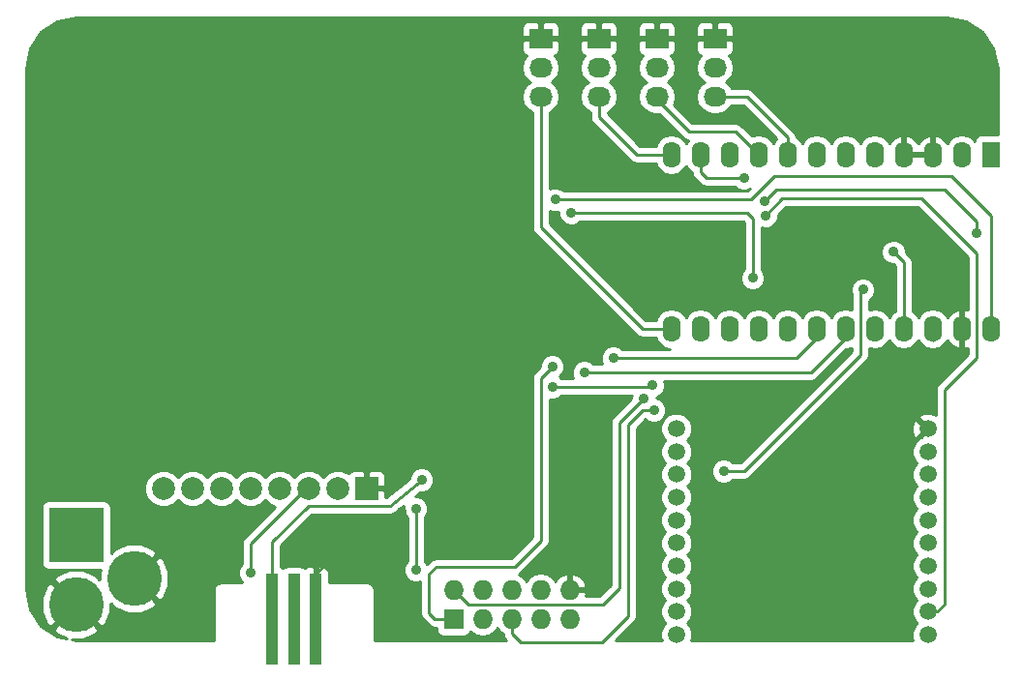
<source format=gbl>
G04 #@! TF.FileFunction,Copper,L2,Bot,Signal*
%FSLAX46Y46*%
G04 Gerber Fmt 4.6, Leading zero omitted, Abs format (unit mm)*
G04 Created by KiCad (PCBNEW (2015-01-16 BZR 5376)-product) date 26/03/2015 09:41:38*
%MOMM*%
G01*
G04 APERTURE LIST*
%ADD10C,0.100000*%
%ADD11R,1.000000X8.000000*%
%ADD12C,2.000000*%
%ADD13R,2.000000X2.000000*%
%ADD14R,1.574800X2.286000*%
%ADD15O,1.574800X2.286000*%
%ADD16R,1.727200X1.727200*%
%ADD17O,1.727200X1.727200*%
%ADD18C,4.800600*%
%ADD19R,4.800600X4.800600*%
%ADD20R,2.032000X1.727200*%
%ADD21O,2.032000X1.727200*%
%ADD22C,1.500000*%
%ADD23C,0.889000*%
%ADD24C,0.254000*%
G04 APERTURE END LIST*
D10*
D11*
X114173000Y-125984000D03*
X116078000Y-125984000D03*
X117983000Y-125984000D03*
D12*
X104648000Y-114554000D03*
X107188000Y-114554000D03*
X109728000Y-114554000D03*
X112268000Y-114554000D03*
X114808000Y-114554000D03*
X117348000Y-114554000D03*
X119888000Y-114554000D03*
D13*
X122428000Y-114554000D03*
D14*
X177038000Y-85344000D03*
D15*
X174498000Y-85344000D03*
X171958000Y-85344000D03*
X169418000Y-85344000D03*
X166878000Y-85344000D03*
X164338000Y-85344000D03*
X161798000Y-85344000D03*
X159258000Y-85344000D03*
X156718000Y-85344000D03*
X154178000Y-85344000D03*
X151638000Y-85344000D03*
X149098000Y-85344000D03*
X149098000Y-100584000D03*
X151638000Y-100584000D03*
X154178000Y-100584000D03*
X156718000Y-100584000D03*
X159258000Y-100584000D03*
X161798000Y-100584000D03*
X164338000Y-100584000D03*
X166878000Y-100584000D03*
X169418000Y-100584000D03*
X171958000Y-100584000D03*
X174498000Y-100584000D03*
X177038000Y-100584000D03*
D16*
X130048000Y-125984000D03*
D17*
X130048000Y-123444000D03*
X132588000Y-125984000D03*
X132588000Y-123444000D03*
X135128000Y-125984000D03*
X135128000Y-123444000D03*
X137668000Y-125984000D03*
X137668000Y-123444000D03*
X140208000Y-125984000D03*
X140208000Y-123444000D03*
D18*
X97028000Y-124714000D03*
D19*
X97028000Y-118618000D03*
D18*
X102108000Y-122428000D03*
D20*
X142748000Y-75184000D03*
D21*
X142748000Y-77724000D03*
X142748000Y-80264000D03*
D20*
X147828000Y-75184000D03*
D21*
X147828000Y-77724000D03*
X147828000Y-80264000D03*
D20*
X152908000Y-75184000D03*
D21*
X152908000Y-77724000D03*
X152908000Y-80264000D03*
D20*
X137668000Y-75184000D03*
D21*
X137668000Y-77724000D03*
X137668000Y-80264000D03*
D22*
X171528000Y-127324000D03*
X171528000Y-125324000D03*
X171528000Y-123324000D03*
X171528000Y-121324000D03*
X171528000Y-119324000D03*
X171528000Y-117324000D03*
X171528000Y-115324000D03*
X171528000Y-113324000D03*
X171528000Y-111324000D03*
X171528000Y-109324000D03*
X149528000Y-109324000D03*
X149528000Y-111324000D03*
X149528000Y-113324000D03*
X149528000Y-115324000D03*
X149528000Y-117324000D03*
X149528000Y-119324000D03*
X149528000Y-121324000D03*
X149528000Y-123324000D03*
X149528000Y-125324000D03*
X149528000Y-127324000D03*
D23*
X146685000Y-106680000D03*
X168529000Y-93853000D03*
X109728000Y-100203000D03*
X104140000Y-112014000D03*
X162179000Y-94361000D03*
X121539000Y-110744000D03*
X141478000Y-120650000D03*
X126238000Y-124587000D03*
X125476000Y-116586000D03*
X143764000Y-96266000D03*
X138938000Y-91440000D03*
X138938000Y-89281000D03*
X112268000Y-121920000D03*
X156210000Y-96139000D03*
X140335000Y-90424000D03*
X153670000Y-113030000D03*
X165862000Y-97155000D03*
X126746000Y-121666000D03*
X126746000Y-116332000D03*
X127254000Y-113792000D03*
X155448000Y-87376000D03*
X138684000Y-103886000D03*
X144018000Y-103124000D03*
X141478000Y-104394000D03*
X147447000Y-105537000D03*
X138684000Y-105664000D03*
X147574000Y-107696000D03*
X157226000Y-89408000D03*
X175768000Y-92202000D03*
X157353000Y-90678000D03*
D24*
X131318000Y-124714000D02*
X130048000Y-123444000D01*
X143129000Y-124714000D02*
X132461000Y-124714000D01*
X144526000Y-123317000D02*
X143129000Y-124714000D01*
X144526000Y-108839000D02*
X144526000Y-123317000D01*
X146685000Y-106680000D02*
X144526000Y-108839000D01*
X132461000Y-124714000D02*
X131318000Y-124714000D01*
X169418000Y-94742000D02*
X169418000Y-100584000D01*
X168529000Y-93853000D02*
X169418000Y-94742000D01*
X117983000Y-125984000D02*
X117983000Y-122047000D01*
X124460000Y-121412000D02*
X126238000Y-123190000D01*
X126238000Y-123190000D02*
X126238000Y-124587000D01*
X117983000Y-122047000D02*
X118618000Y-121412000D01*
X118618000Y-121412000D02*
X122428000Y-121412000D01*
X122428000Y-121412000D02*
X124460000Y-121412000D01*
X125730000Y-120142000D02*
X125730000Y-116840000D01*
X125730000Y-116840000D02*
X125476000Y-116586000D01*
X124460000Y-121412000D02*
X125730000Y-120142000D01*
X143764000Y-96266000D02*
X138938000Y-91440000D01*
X177038000Y-100584000D02*
X177038000Y-90678000D01*
X156083000Y-89281000D02*
X138938000Y-89281000D01*
X158115000Y-87249000D02*
X156083000Y-89281000D01*
X173609000Y-87249000D02*
X158115000Y-87249000D01*
X177038000Y-90678000D02*
X173609000Y-87249000D01*
X112268000Y-119380000D02*
X112268000Y-121920000D01*
X117094000Y-114554000D02*
X112268000Y-119380000D01*
X156210000Y-90932000D02*
X156210000Y-96139000D01*
X155702000Y-90424000D02*
X156210000Y-90932000D01*
X140335000Y-90424000D02*
X155702000Y-90424000D01*
X155448000Y-113030000D02*
X153670000Y-113030000D01*
X165608000Y-102870000D02*
X155448000Y-113030000D01*
X165608000Y-97409000D02*
X165608000Y-102870000D01*
X165862000Y-97155000D02*
X165608000Y-97409000D01*
X117348000Y-114554000D02*
X117094000Y-114554000D01*
X126746000Y-116332000D02*
X126746000Y-121666000D01*
X114173000Y-119253000D02*
X117348000Y-116078000D01*
X117348000Y-116078000D02*
X124460000Y-116078000D01*
X124460000Y-116078000D02*
X127254000Y-113792000D01*
X114173000Y-119253000D02*
X114173000Y-125984000D01*
X152908000Y-80264000D02*
X155702000Y-80264000D01*
X159258000Y-83820000D02*
X159258000Y-85344000D01*
X155702000Y-80264000D02*
X159258000Y-83820000D01*
X147828000Y-80264000D02*
X147828000Y-80518000D01*
X147828000Y-80518000D02*
X150622000Y-83312000D01*
X154686000Y-83312000D02*
X156718000Y-85344000D01*
X150622000Y-83312000D02*
X154686000Y-83312000D01*
X151638000Y-86868000D02*
X151638000Y-85344000D01*
X152146000Y-87376000D02*
X151638000Y-86868000D01*
X155448000Y-87376000D02*
X152146000Y-87376000D01*
X142748000Y-80264000D02*
X142748000Y-82042000D01*
X146050000Y-85344000D02*
X149098000Y-85344000D01*
X142748000Y-82042000D02*
X146050000Y-85344000D01*
X137668000Y-80264000D02*
X137668000Y-91694000D01*
X146558000Y-100584000D02*
X149098000Y-100584000D01*
X137668000Y-91694000D02*
X146558000Y-100584000D01*
X132334000Y-121412000D02*
X128524000Y-121412000D01*
X138684000Y-103886000D02*
X137668000Y-104902000D01*
X137668000Y-104902000D02*
X137668000Y-119126000D01*
X137668000Y-119126000D02*
X135382000Y-121412000D01*
X135382000Y-121412000D02*
X132334000Y-121412000D01*
X128397000Y-125984000D02*
X130048000Y-125984000D01*
X127889000Y-125476000D02*
X128397000Y-125984000D01*
X127889000Y-122047000D02*
X127889000Y-125476000D01*
X128524000Y-121412000D02*
X127889000Y-122047000D01*
X161798000Y-100584000D02*
X161798000Y-101346000D01*
X161798000Y-101346000D02*
X160020000Y-103124000D01*
X160020000Y-103124000D02*
X144018000Y-103124000D01*
X164338000Y-100584000D02*
X164338000Y-101346000D01*
X164338000Y-101346000D02*
X161290000Y-104394000D01*
X161290000Y-104394000D02*
X141478000Y-104394000D01*
X147447000Y-105537000D02*
X147320000Y-105664000D01*
X147320000Y-105664000D02*
X138684000Y-105664000D01*
X135128000Y-127254000D02*
X135128000Y-125984000D01*
X135890000Y-128016000D02*
X135128000Y-127254000D01*
X143002000Y-128016000D02*
X135890000Y-128016000D01*
X145288000Y-125730000D02*
X143002000Y-128016000D01*
X145288000Y-108966000D02*
X145288000Y-125730000D01*
X146558000Y-107696000D02*
X145288000Y-108966000D01*
X147574000Y-107696000D02*
X146558000Y-107696000D01*
X171958000Y-100584000D02*
X171958000Y-101600000D01*
X175768000Y-91186000D02*
X175768000Y-92202000D01*
X157226000Y-89408000D02*
X158242000Y-88392000D01*
X158242000Y-88392000D02*
X172974000Y-88392000D01*
X172974000Y-88392000D02*
X175768000Y-91186000D01*
X173228000Y-91440000D02*
X175768000Y-93980000D01*
X158750000Y-89154000D02*
X170942000Y-89154000D01*
X157353000Y-90678000D02*
X158750000Y-89154000D01*
X170942000Y-89154000D02*
X173228000Y-91440000D01*
X172364000Y-125324000D02*
X171528000Y-125324000D01*
X172974000Y-124714000D02*
X172364000Y-125324000D01*
X172974000Y-105918000D02*
X172974000Y-124714000D01*
X175768000Y-103124000D02*
X172974000Y-105918000D01*
X175768000Y-93980000D02*
X175768000Y-103124000D01*
G36*
X134635369Y-127839000D02*
X123113000Y-127839000D01*
X123113000Y-124714000D01*
X123113000Y-123444000D01*
X123060857Y-123181862D01*
X122912368Y-122959632D01*
X122690138Y-122811143D01*
X122428000Y-122759000D01*
X119118000Y-122759000D01*
X119118000Y-122110309D01*
X119118000Y-121857690D01*
X119021327Y-121624301D01*
X118842698Y-121445673D01*
X118609309Y-121349000D01*
X118268750Y-121349000D01*
X118110000Y-121507750D01*
X118110000Y-122994999D01*
X117985143Y-123181862D01*
X117933000Y-123444000D01*
X117933000Y-124714000D01*
X117933000Y-126131000D01*
X117856000Y-126131000D01*
X117856000Y-126111000D01*
X117836000Y-126111000D01*
X117836000Y-125857000D01*
X117856000Y-125857000D01*
X117856000Y-121507750D01*
X117697250Y-121349000D01*
X117356691Y-121349000D01*
X117123302Y-121445673D01*
X117039160Y-121529814D01*
X117038673Y-121529073D01*
X116827640Y-121386623D01*
X116578000Y-121336560D01*
X115578000Y-121336560D01*
X115335877Y-121383537D01*
X115124130Y-121522632D01*
X114935000Y-121394966D01*
X114935000Y-119568630D01*
X117663630Y-116840000D01*
X124460000Y-116840000D01*
X124569245Y-116818269D01*
X124680107Y-116807518D01*
X124713972Y-116789481D01*
X124751605Y-116781996D01*
X124844218Y-116720113D01*
X124942527Y-116667755D01*
X125692516Y-116054127D01*
X125666687Y-116116332D01*
X125666313Y-116545784D01*
X125830311Y-116942689D01*
X125984000Y-117096646D01*
X125984000Y-120901358D01*
X125831378Y-121053714D01*
X125666687Y-121450332D01*
X125666313Y-121879784D01*
X125830311Y-122276689D01*
X126133714Y-122580622D01*
X126530332Y-122745313D01*
X126959784Y-122745687D01*
X127127000Y-122676594D01*
X127127000Y-125476000D01*
X127185004Y-125767605D01*
X127350185Y-126014815D01*
X127858184Y-126522815D01*
X127858185Y-126522815D01*
X128105395Y-126687996D01*
X128397000Y-126746000D01*
X128536960Y-126746000D01*
X128536960Y-126847600D01*
X128583937Y-127089723D01*
X128723727Y-127302527D01*
X128934760Y-127444977D01*
X129184400Y-127495040D01*
X130911600Y-127495040D01*
X131153723Y-127448063D01*
X131366527Y-127308273D01*
X131508977Y-127097240D01*
X131517179Y-127056340D01*
X131528330Y-127073029D01*
X132014511Y-127397885D01*
X132588000Y-127511959D01*
X133161489Y-127397885D01*
X133647670Y-127073029D01*
X133858000Y-126758248D01*
X134068330Y-127073029D01*
X134370112Y-127274673D01*
X134424004Y-127545605D01*
X134589185Y-127792815D01*
X134635369Y-127839000D01*
X134635369Y-127839000D01*
G37*
X134635369Y-127839000D02*
X123113000Y-127839000D01*
X123113000Y-124714000D01*
X123113000Y-123444000D01*
X123060857Y-123181862D01*
X122912368Y-122959632D01*
X122690138Y-122811143D01*
X122428000Y-122759000D01*
X119118000Y-122759000D01*
X119118000Y-122110309D01*
X119118000Y-121857690D01*
X119021327Y-121624301D01*
X118842698Y-121445673D01*
X118609309Y-121349000D01*
X118268750Y-121349000D01*
X118110000Y-121507750D01*
X118110000Y-122994999D01*
X117985143Y-123181862D01*
X117933000Y-123444000D01*
X117933000Y-124714000D01*
X117933000Y-126131000D01*
X117856000Y-126131000D01*
X117856000Y-126111000D01*
X117836000Y-126111000D01*
X117836000Y-125857000D01*
X117856000Y-125857000D01*
X117856000Y-121507750D01*
X117697250Y-121349000D01*
X117356691Y-121349000D01*
X117123302Y-121445673D01*
X117039160Y-121529814D01*
X117038673Y-121529073D01*
X116827640Y-121386623D01*
X116578000Y-121336560D01*
X115578000Y-121336560D01*
X115335877Y-121383537D01*
X115124130Y-121522632D01*
X114935000Y-121394966D01*
X114935000Y-119568630D01*
X117663630Y-116840000D01*
X124460000Y-116840000D01*
X124569245Y-116818269D01*
X124680107Y-116807518D01*
X124713972Y-116789481D01*
X124751605Y-116781996D01*
X124844218Y-116720113D01*
X124942527Y-116667755D01*
X125692516Y-116054127D01*
X125666687Y-116116332D01*
X125666313Y-116545784D01*
X125830311Y-116942689D01*
X125984000Y-117096646D01*
X125984000Y-120901358D01*
X125831378Y-121053714D01*
X125666687Y-121450332D01*
X125666313Y-121879784D01*
X125830311Y-122276689D01*
X126133714Y-122580622D01*
X126530332Y-122745313D01*
X126959784Y-122745687D01*
X127127000Y-122676594D01*
X127127000Y-125476000D01*
X127185004Y-125767605D01*
X127350185Y-126014815D01*
X127858184Y-126522815D01*
X127858185Y-126522815D01*
X128105395Y-126687996D01*
X128397000Y-126746000D01*
X128536960Y-126746000D01*
X128536960Y-126847600D01*
X128583937Y-127089723D01*
X128723727Y-127302527D01*
X128934760Y-127444977D01*
X129184400Y-127495040D01*
X130911600Y-127495040D01*
X131153723Y-127448063D01*
X131366527Y-127308273D01*
X131508977Y-127097240D01*
X131517179Y-127056340D01*
X131528330Y-127073029D01*
X132014511Y-127397885D01*
X132588000Y-127511959D01*
X133161489Y-127397885D01*
X133647670Y-127073029D01*
X133858000Y-126758248D01*
X134068330Y-127073029D01*
X134370112Y-127274673D01*
X134424004Y-127545605D01*
X134589185Y-127792815D01*
X134635369Y-127839000D01*
G36*
X145621603Y-106426000D02*
X145605687Y-106464332D01*
X145605497Y-106681872D01*
X143987185Y-108300185D01*
X143822004Y-108547395D01*
X143764000Y-108839000D01*
X143764000Y-123001369D01*
X142813369Y-123952000D01*
X141593147Y-123952000D01*
X141662968Y-123803027D01*
X141662968Y-123084973D01*
X141414821Y-122555510D01*
X140982947Y-122161312D01*
X140567026Y-121989042D01*
X140335000Y-122110183D01*
X140335000Y-123317000D01*
X141542469Y-123317000D01*
X141662968Y-123084973D01*
X141662968Y-123803027D01*
X141542469Y-123571000D01*
X140335000Y-123571000D01*
X140335000Y-123591000D01*
X140081000Y-123591000D01*
X140081000Y-123571000D01*
X140061000Y-123571000D01*
X140061000Y-123317000D01*
X140081000Y-123317000D01*
X140081000Y-122110183D01*
X139848974Y-121989042D01*
X139433053Y-122161312D01*
X139001179Y-122555510D01*
X138943663Y-122678228D01*
X138727670Y-122354971D01*
X138241489Y-122030115D01*
X137668000Y-121916041D01*
X137094511Y-122030115D01*
X136608330Y-122354971D01*
X136398000Y-122669751D01*
X136187670Y-122354971D01*
X135751811Y-122063739D01*
X135920815Y-121950815D01*
X138206815Y-119664816D01*
X138206815Y-119664815D01*
X138371996Y-119417605D01*
X138429999Y-119126000D01*
X138430000Y-119126000D01*
X138430000Y-106727396D01*
X138468332Y-106743313D01*
X138897784Y-106743687D01*
X139294689Y-106579689D01*
X139448646Y-106426000D01*
X145621603Y-106426000D01*
X145621603Y-106426000D01*
G37*
X145621603Y-106426000D02*
X145605687Y-106464332D01*
X145605497Y-106681872D01*
X143987185Y-108300185D01*
X143822004Y-108547395D01*
X143764000Y-108839000D01*
X143764000Y-123001369D01*
X142813369Y-123952000D01*
X141593147Y-123952000D01*
X141662968Y-123803027D01*
X141662968Y-123084973D01*
X141414821Y-122555510D01*
X140982947Y-122161312D01*
X140567026Y-121989042D01*
X140335000Y-122110183D01*
X140335000Y-123317000D01*
X141542469Y-123317000D01*
X141662968Y-123084973D01*
X141662968Y-123803027D01*
X141542469Y-123571000D01*
X140335000Y-123571000D01*
X140335000Y-123591000D01*
X140081000Y-123591000D01*
X140081000Y-123571000D01*
X140061000Y-123571000D01*
X140061000Y-123317000D01*
X140081000Y-123317000D01*
X140081000Y-122110183D01*
X139848974Y-121989042D01*
X139433053Y-122161312D01*
X139001179Y-122555510D01*
X138943663Y-122678228D01*
X138727670Y-122354971D01*
X138241489Y-122030115D01*
X137668000Y-121916041D01*
X137094511Y-122030115D01*
X136608330Y-122354971D01*
X136398000Y-122669751D01*
X136187670Y-122354971D01*
X135751811Y-122063739D01*
X135920815Y-121950815D01*
X138206815Y-119664816D01*
X138206815Y-119664815D01*
X138371996Y-119417605D01*
X138429999Y-119126000D01*
X138430000Y-119126000D01*
X138430000Y-106727396D01*
X138468332Y-106743313D01*
X138897784Y-106743687D01*
X139294689Y-106579689D01*
X139448646Y-106426000D01*
X145621603Y-106426000D01*
G36*
X175006000Y-102808369D02*
X172435185Y-105379185D01*
X172270004Y-105626395D01*
X172212000Y-105918000D01*
X172212000Y-108097331D01*
X171732829Y-107926799D01*
X171182552Y-107954770D01*
X170804077Y-108111540D01*
X170736088Y-108352483D01*
X171528000Y-109144395D01*
X171542142Y-109130252D01*
X171721747Y-109309857D01*
X171707605Y-109324000D01*
X171721747Y-109338142D01*
X171542142Y-109517747D01*
X171528000Y-109503605D01*
X171348395Y-109683209D01*
X171348395Y-109324000D01*
X170556483Y-108532088D01*
X170315540Y-108600077D01*
X170130799Y-109119171D01*
X170158770Y-109669448D01*
X170315540Y-110047923D01*
X170556483Y-110115912D01*
X171348395Y-109324000D01*
X171348395Y-109683209D01*
X170979571Y-110052033D01*
X170744485Y-110149169D01*
X170354539Y-110538436D01*
X170143241Y-111047298D01*
X170142760Y-111598285D01*
X170353169Y-112107515D01*
X170569312Y-112324035D01*
X170354539Y-112538436D01*
X170143241Y-113047298D01*
X170142760Y-113598285D01*
X170353169Y-114107515D01*
X170569312Y-114324035D01*
X170354539Y-114538436D01*
X170143241Y-115047298D01*
X170142760Y-115598285D01*
X170353169Y-116107515D01*
X170569312Y-116324035D01*
X170354539Y-116538436D01*
X170143241Y-117047298D01*
X170142760Y-117598285D01*
X170353169Y-118107515D01*
X170569312Y-118324035D01*
X170354539Y-118538436D01*
X170143241Y-119047298D01*
X170142760Y-119598285D01*
X170353169Y-120107515D01*
X170569312Y-120324035D01*
X170354539Y-120538436D01*
X170143241Y-121047298D01*
X170142760Y-121598285D01*
X170353169Y-122107515D01*
X170569312Y-122324035D01*
X170354539Y-122538436D01*
X170143241Y-123047298D01*
X170142760Y-123598285D01*
X170353169Y-124107515D01*
X170569312Y-124324035D01*
X170354539Y-124538436D01*
X170143241Y-125047298D01*
X170142760Y-125598285D01*
X170353169Y-126107515D01*
X170569312Y-126324035D01*
X170354539Y-126538436D01*
X170143241Y-127047298D01*
X170142760Y-127598285D01*
X170242221Y-127839000D01*
X150813809Y-127839000D01*
X150912759Y-127600702D01*
X150913240Y-127049715D01*
X150702831Y-126540485D01*
X150486687Y-126323964D01*
X150701461Y-126109564D01*
X150912759Y-125600702D01*
X150913240Y-125049715D01*
X150702831Y-124540485D01*
X150486687Y-124323964D01*
X150701461Y-124109564D01*
X150912759Y-123600702D01*
X150913240Y-123049715D01*
X150702831Y-122540485D01*
X150486687Y-122323964D01*
X150701461Y-122109564D01*
X150912759Y-121600702D01*
X150913240Y-121049715D01*
X150702831Y-120540485D01*
X150486687Y-120323964D01*
X150701461Y-120109564D01*
X150912759Y-119600702D01*
X150913240Y-119049715D01*
X150702831Y-118540485D01*
X150486687Y-118323964D01*
X150701461Y-118109564D01*
X150912759Y-117600702D01*
X150913240Y-117049715D01*
X150702831Y-116540485D01*
X150486687Y-116323964D01*
X150701461Y-116109564D01*
X150912759Y-115600702D01*
X150913240Y-115049715D01*
X150702831Y-114540485D01*
X150486687Y-114323964D01*
X150701461Y-114109564D01*
X150912759Y-113600702D01*
X150913240Y-113049715D01*
X150702831Y-112540485D01*
X150486687Y-112323964D01*
X150701461Y-112109564D01*
X150912759Y-111600702D01*
X150913240Y-111049715D01*
X150702831Y-110540485D01*
X150486687Y-110323964D01*
X150701461Y-110109564D01*
X150912759Y-109600702D01*
X150913240Y-109049715D01*
X150702831Y-108540485D01*
X150313564Y-108150539D01*
X149804702Y-107939241D01*
X149253715Y-107938760D01*
X148744485Y-108149169D01*
X148354539Y-108538436D01*
X148143241Y-109047298D01*
X148142760Y-109598285D01*
X148353169Y-110107515D01*
X148569312Y-110324035D01*
X148354539Y-110538436D01*
X148143241Y-111047298D01*
X148142760Y-111598285D01*
X148353169Y-112107515D01*
X148569312Y-112324035D01*
X148354539Y-112538436D01*
X148143241Y-113047298D01*
X148142760Y-113598285D01*
X148353169Y-114107515D01*
X148569312Y-114324035D01*
X148354539Y-114538436D01*
X148143241Y-115047298D01*
X148142760Y-115598285D01*
X148353169Y-116107515D01*
X148569312Y-116324035D01*
X148354539Y-116538436D01*
X148143241Y-117047298D01*
X148142760Y-117598285D01*
X148353169Y-118107515D01*
X148569312Y-118324035D01*
X148354539Y-118538436D01*
X148143241Y-119047298D01*
X148142760Y-119598285D01*
X148353169Y-120107515D01*
X148569312Y-120324035D01*
X148354539Y-120538436D01*
X148143241Y-121047298D01*
X148142760Y-121598285D01*
X148353169Y-122107515D01*
X148569312Y-122324035D01*
X148354539Y-122538436D01*
X148143241Y-123047298D01*
X148142760Y-123598285D01*
X148353169Y-124107515D01*
X148569312Y-124324035D01*
X148354539Y-124538436D01*
X148143241Y-125047298D01*
X148142760Y-125598285D01*
X148353169Y-126107515D01*
X148569312Y-126324035D01*
X148354539Y-126538436D01*
X148143241Y-127047298D01*
X148142760Y-127598285D01*
X148242221Y-127839000D01*
X144256630Y-127839000D01*
X145826815Y-126268816D01*
X145826815Y-126268815D01*
X145991996Y-126021605D01*
X146049999Y-125730000D01*
X146050000Y-125730000D01*
X146050000Y-109281630D01*
X146841466Y-108490164D01*
X146961714Y-108610622D01*
X147358332Y-108775313D01*
X147787784Y-108775687D01*
X148184689Y-108611689D01*
X148488622Y-108308286D01*
X148653313Y-107911668D01*
X148653687Y-107482216D01*
X148489689Y-107085311D01*
X148186286Y-106781378D01*
X147789668Y-106616687D01*
X147764555Y-106616665D01*
X147764593Y-106573793D01*
X148057689Y-106452689D01*
X148361622Y-106149286D01*
X148526313Y-105752668D01*
X148526687Y-105323216D01*
X148457594Y-105156000D01*
X161290000Y-105156000D01*
X161290000Y-105155999D01*
X161581604Y-105097996D01*
X161581605Y-105097996D01*
X161828815Y-104932815D01*
X164371450Y-102390179D01*
X164846000Y-102295785D01*
X164846000Y-102554369D01*
X155132369Y-112268000D01*
X154434641Y-112268000D01*
X154282286Y-112115378D01*
X153885668Y-111950687D01*
X153456216Y-111950313D01*
X153059311Y-112114311D01*
X152755378Y-112417714D01*
X152590687Y-112814332D01*
X152590313Y-113243784D01*
X152754311Y-113640689D01*
X153057714Y-113944622D01*
X153454332Y-114109313D01*
X153883784Y-114109687D01*
X154280689Y-113945689D01*
X154434646Y-113792000D01*
X155448000Y-113792000D01*
X155448000Y-113791999D01*
X155739604Y-113733996D01*
X155739605Y-113733996D01*
X155986815Y-113568815D01*
X166146815Y-103408815D01*
X166146816Y-103408815D01*
X166245834Y-103260623D01*
X166311996Y-103161605D01*
X166311996Y-103161604D01*
X166370000Y-102870000D01*
X166370000Y-102295785D01*
X166878000Y-102396833D01*
X167422329Y-102288559D01*
X167883789Y-101980222D01*
X168148000Y-101584801D01*
X168412211Y-101980222D01*
X168873671Y-102288559D01*
X169418000Y-102396833D01*
X169962329Y-102288559D01*
X170423789Y-101980222D01*
X170688000Y-101584801D01*
X170952211Y-101980222D01*
X171413671Y-102288559D01*
X171958000Y-102396833D01*
X172502329Y-102288559D01*
X172963789Y-101980222D01*
X173227753Y-101585170D01*
X173232475Y-101601262D01*
X173582014Y-102035191D01*
X174071004Y-102302327D01*
X174150940Y-102319010D01*
X174371000Y-102196852D01*
X174371000Y-100711000D01*
X174351000Y-100711000D01*
X174351000Y-100457000D01*
X174371000Y-100457000D01*
X174371000Y-98971148D01*
X174150940Y-98848990D01*
X174071004Y-98865673D01*
X173582014Y-99132809D01*
X173232475Y-99566738D01*
X173227753Y-99582829D01*
X172963789Y-99187778D01*
X172502329Y-98879441D01*
X171958000Y-98771167D01*
X171413671Y-98879441D01*
X170952211Y-99187778D01*
X170688000Y-99583198D01*
X170423789Y-99187778D01*
X170180000Y-99024883D01*
X170180000Y-94742000D01*
X170121996Y-94450396D01*
X170121996Y-94450395D01*
X169956815Y-94203185D01*
X169608499Y-93854869D01*
X169608687Y-93639216D01*
X169444689Y-93242311D01*
X169141286Y-92938378D01*
X168744668Y-92773687D01*
X168315216Y-92773313D01*
X167918311Y-92937311D01*
X167614378Y-93240714D01*
X167449687Y-93637332D01*
X167449313Y-94066784D01*
X167613311Y-94463689D01*
X167916714Y-94767622D01*
X168313332Y-94932313D01*
X168530872Y-94932502D01*
X168656000Y-95057630D01*
X168656000Y-99024883D01*
X168412211Y-99187778D01*
X168148000Y-99583198D01*
X167883789Y-99187778D01*
X167422329Y-98879441D01*
X166878000Y-98771167D01*
X166370000Y-98872214D01*
X166370000Y-98113119D01*
X166472689Y-98070689D01*
X166776622Y-97767286D01*
X166941313Y-97370668D01*
X166941687Y-96941216D01*
X166777689Y-96544311D01*
X166474286Y-96240378D01*
X166077668Y-96075687D01*
X165648216Y-96075313D01*
X165251311Y-96239311D01*
X164947378Y-96542714D01*
X164782687Y-96939332D01*
X164782313Y-97368784D01*
X164846000Y-97522918D01*
X164846000Y-98872214D01*
X164338000Y-98771167D01*
X163793671Y-98879441D01*
X163332211Y-99187778D01*
X163068000Y-99583198D01*
X162803789Y-99187778D01*
X162342329Y-98879441D01*
X161798000Y-98771167D01*
X161253671Y-98879441D01*
X160792211Y-99187778D01*
X160528000Y-99583198D01*
X160263789Y-99187778D01*
X159802329Y-98879441D01*
X159258000Y-98771167D01*
X158713671Y-98879441D01*
X158252211Y-99187778D01*
X157988000Y-99583198D01*
X157723789Y-99187778D01*
X157262329Y-98879441D01*
X156718000Y-98771167D01*
X156173671Y-98879441D01*
X155712211Y-99187778D01*
X155448000Y-99583198D01*
X155183789Y-99187778D01*
X154722329Y-98879441D01*
X154178000Y-98771167D01*
X153633671Y-98879441D01*
X153172211Y-99187778D01*
X152908000Y-99583198D01*
X152643789Y-99187778D01*
X152182329Y-98879441D01*
X151638000Y-98771167D01*
X151093671Y-98879441D01*
X150632211Y-99187778D01*
X150368000Y-99583198D01*
X150103789Y-99187778D01*
X149642329Y-98879441D01*
X149098000Y-98771167D01*
X148553671Y-98879441D01*
X148092211Y-99187778D01*
X147783874Y-99649238D01*
X147749509Y-99822000D01*
X146873630Y-99822000D01*
X138430000Y-91378369D01*
X138430000Y-90238925D01*
X138722332Y-90360313D01*
X139151784Y-90360687D01*
X139255591Y-90317794D01*
X139255313Y-90637784D01*
X139419311Y-91034689D01*
X139722714Y-91338622D01*
X140119332Y-91503313D01*
X140548784Y-91503687D01*
X140945689Y-91339689D01*
X141099646Y-91186000D01*
X155386369Y-91186000D01*
X155448000Y-91247630D01*
X155448000Y-95374358D01*
X155295378Y-95526714D01*
X155130687Y-95923332D01*
X155130313Y-96352784D01*
X155294311Y-96749689D01*
X155597714Y-97053622D01*
X155994332Y-97218313D01*
X156423784Y-97218687D01*
X156820689Y-97054689D01*
X157124622Y-96751286D01*
X157289313Y-96354668D01*
X157289687Y-95925216D01*
X157125689Y-95528311D01*
X156972000Y-95374353D01*
X156972000Y-91688660D01*
X157137332Y-91757313D01*
X157566784Y-91757687D01*
X157963689Y-91593689D01*
X158267622Y-91290286D01*
X158432313Y-90893668D01*
X158432544Y-90627992D01*
X159085204Y-89916000D01*
X170626369Y-89916000D01*
X172689184Y-91978815D01*
X172689185Y-91978815D01*
X172689187Y-91978817D01*
X175006000Y-94295630D01*
X175006000Y-98909925D01*
X174924996Y-98865673D01*
X174845060Y-98848990D01*
X174625000Y-98971148D01*
X174625000Y-100457000D01*
X174645000Y-100457000D01*
X174645000Y-100711000D01*
X174625000Y-100711000D01*
X174625000Y-102196852D01*
X174845060Y-102319010D01*
X174924996Y-102302327D01*
X175006000Y-102258074D01*
X175006000Y-102808369D01*
X175006000Y-102808369D01*
G37*
X175006000Y-102808369D02*
X172435185Y-105379185D01*
X172270004Y-105626395D01*
X172212000Y-105918000D01*
X172212000Y-108097331D01*
X171732829Y-107926799D01*
X171182552Y-107954770D01*
X170804077Y-108111540D01*
X170736088Y-108352483D01*
X171528000Y-109144395D01*
X171542142Y-109130252D01*
X171721747Y-109309857D01*
X171707605Y-109324000D01*
X171721747Y-109338142D01*
X171542142Y-109517747D01*
X171528000Y-109503605D01*
X171348395Y-109683209D01*
X171348395Y-109324000D01*
X170556483Y-108532088D01*
X170315540Y-108600077D01*
X170130799Y-109119171D01*
X170158770Y-109669448D01*
X170315540Y-110047923D01*
X170556483Y-110115912D01*
X171348395Y-109324000D01*
X171348395Y-109683209D01*
X170979571Y-110052033D01*
X170744485Y-110149169D01*
X170354539Y-110538436D01*
X170143241Y-111047298D01*
X170142760Y-111598285D01*
X170353169Y-112107515D01*
X170569312Y-112324035D01*
X170354539Y-112538436D01*
X170143241Y-113047298D01*
X170142760Y-113598285D01*
X170353169Y-114107515D01*
X170569312Y-114324035D01*
X170354539Y-114538436D01*
X170143241Y-115047298D01*
X170142760Y-115598285D01*
X170353169Y-116107515D01*
X170569312Y-116324035D01*
X170354539Y-116538436D01*
X170143241Y-117047298D01*
X170142760Y-117598285D01*
X170353169Y-118107515D01*
X170569312Y-118324035D01*
X170354539Y-118538436D01*
X170143241Y-119047298D01*
X170142760Y-119598285D01*
X170353169Y-120107515D01*
X170569312Y-120324035D01*
X170354539Y-120538436D01*
X170143241Y-121047298D01*
X170142760Y-121598285D01*
X170353169Y-122107515D01*
X170569312Y-122324035D01*
X170354539Y-122538436D01*
X170143241Y-123047298D01*
X170142760Y-123598285D01*
X170353169Y-124107515D01*
X170569312Y-124324035D01*
X170354539Y-124538436D01*
X170143241Y-125047298D01*
X170142760Y-125598285D01*
X170353169Y-126107515D01*
X170569312Y-126324035D01*
X170354539Y-126538436D01*
X170143241Y-127047298D01*
X170142760Y-127598285D01*
X170242221Y-127839000D01*
X150813809Y-127839000D01*
X150912759Y-127600702D01*
X150913240Y-127049715D01*
X150702831Y-126540485D01*
X150486687Y-126323964D01*
X150701461Y-126109564D01*
X150912759Y-125600702D01*
X150913240Y-125049715D01*
X150702831Y-124540485D01*
X150486687Y-124323964D01*
X150701461Y-124109564D01*
X150912759Y-123600702D01*
X150913240Y-123049715D01*
X150702831Y-122540485D01*
X150486687Y-122323964D01*
X150701461Y-122109564D01*
X150912759Y-121600702D01*
X150913240Y-121049715D01*
X150702831Y-120540485D01*
X150486687Y-120323964D01*
X150701461Y-120109564D01*
X150912759Y-119600702D01*
X150913240Y-119049715D01*
X150702831Y-118540485D01*
X150486687Y-118323964D01*
X150701461Y-118109564D01*
X150912759Y-117600702D01*
X150913240Y-117049715D01*
X150702831Y-116540485D01*
X150486687Y-116323964D01*
X150701461Y-116109564D01*
X150912759Y-115600702D01*
X150913240Y-115049715D01*
X150702831Y-114540485D01*
X150486687Y-114323964D01*
X150701461Y-114109564D01*
X150912759Y-113600702D01*
X150913240Y-113049715D01*
X150702831Y-112540485D01*
X150486687Y-112323964D01*
X150701461Y-112109564D01*
X150912759Y-111600702D01*
X150913240Y-111049715D01*
X150702831Y-110540485D01*
X150486687Y-110323964D01*
X150701461Y-110109564D01*
X150912759Y-109600702D01*
X150913240Y-109049715D01*
X150702831Y-108540485D01*
X150313564Y-108150539D01*
X149804702Y-107939241D01*
X149253715Y-107938760D01*
X148744485Y-108149169D01*
X148354539Y-108538436D01*
X148143241Y-109047298D01*
X148142760Y-109598285D01*
X148353169Y-110107515D01*
X148569312Y-110324035D01*
X148354539Y-110538436D01*
X148143241Y-111047298D01*
X148142760Y-111598285D01*
X148353169Y-112107515D01*
X148569312Y-112324035D01*
X148354539Y-112538436D01*
X148143241Y-113047298D01*
X148142760Y-113598285D01*
X148353169Y-114107515D01*
X148569312Y-114324035D01*
X148354539Y-114538436D01*
X148143241Y-115047298D01*
X148142760Y-115598285D01*
X148353169Y-116107515D01*
X148569312Y-116324035D01*
X148354539Y-116538436D01*
X148143241Y-117047298D01*
X148142760Y-117598285D01*
X148353169Y-118107515D01*
X148569312Y-118324035D01*
X148354539Y-118538436D01*
X148143241Y-119047298D01*
X148142760Y-119598285D01*
X148353169Y-120107515D01*
X148569312Y-120324035D01*
X148354539Y-120538436D01*
X148143241Y-121047298D01*
X148142760Y-121598285D01*
X148353169Y-122107515D01*
X148569312Y-122324035D01*
X148354539Y-122538436D01*
X148143241Y-123047298D01*
X148142760Y-123598285D01*
X148353169Y-124107515D01*
X148569312Y-124324035D01*
X148354539Y-124538436D01*
X148143241Y-125047298D01*
X148142760Y-125598285D01*
X148353169Y-126107515D01*
X148569312Y-126324035D01*
X148354539Y-126538436D01*
X148143241Y-127047298D01*
X148142760Y-127598285D01*
X148242221Y-127839000D01*
X144256630Y-127839000D01*
X145826815Y-126268816D01*
X145826815Y-126268815D01*
X145991996Y-126021605D01*
X146049999Y-125730000D01*
X146050000Y-125730000D01*
X146050000Y-109281630D01*
X146841466Y-108490164D01*
X146961714Y-108610622D01*
X147358332Y-108775313D01*
X147787784Y-108775687D01*
X148184689Y-108611689D01*
X148488622Y-108308286D01*
X148653313Y-107911668D01*
X148653687Y-107482216D01*
X148489689Y-107085311D01*
X148186286Y-106781378D01*
X147789668Y-106616687D01*
X147764555Y-106616665D01*
X147764593Y-106573793D01*
X148057689Y-106452689D01*
X148361622Y-106149286D01*
X148526313Y-105752668D01*
X148526687Y-105323216D01*
X148457594Y-105156000D01*
X161290000Y-105156000D01*
X161290000Y-105155999D01*
X161581604Y-105097996D01*
X161581605Y-105097996D01*
X161828815Y-104932815D01*
X164371450Y-102390179D01*
X164846000Y-102295785D01*
X164846000Y-102554369D01*
X155132369Y-112268000D01*
X154434641Y-112268000D01*
X154282286Y-112115378D01*
X153885668Y-111950687D01*
X153456216Y-111950313D01*
X153059311Y-112114311D01*
X152755378Y-112417714D01*
X152590687Y-112814332D01*
X152590313Y-113243784D01*
X152754311Y-113640689D01*
X153057714Y-113944622D01*
X153454332Y-114109313D01*
X153883784Y-114109687D01*
X154280689Y-113945689D01*
X154434646Y-113792000D01*
X155448000Y-113792000D01*
X155448000Y-113791999D01*
X155739604Y-113733996D01*
X155739605Y-113733996D01*
X155986815Y-113568815D01*
X166146815Y-103408815D01*
X166146816Y-103408815D01*
X166245834Y-103260623D01*
X166311996Y-103161605D01*
X166311996Y-103161604D01*
X166370000Y-102870000D01*
X166370000Y-102295785D01*
X166878000Y-102396833D01*
X167422329Y-102288559D01*
X167883789Y-101980222D01*
X168148000Y-101584801D01*
X168412211Y-101980222D01*
X168873671Y-102288559D01*
X169418000Y-102396833D01*
X169962329Y-102288559D01*
X170423789Y-101980222D01*
X170688000Y-101584801D01*
X170952211Y-101980222D01*
X171413671Y-102288559D01*
X171958000Y-102396833D01*
X172502329Y-102288559D01*
X172963789Y-101980222D01*
X173227753Y-101585170D01*
X173232475Y-101601262D01*
X173582014Y-102035191D01*
X174071004Y-102302327D01*
X174150940Y-102319010D01*
X174371000Y-102196852D01*
X174371000Y-100711000D01*
X174351000Y-100711000D01*
X174351000Y-100457000D01*
X174371000Y-100457000D01*
X174371000Y-98971148D01*
X174150940Y-98848990D01*
X174071004Y-98865673D01*
X173582014Y-99132809D01*
X173232475Y-99566738D01*
X173227753Y-99582829D01*
X172963789Y-99187778D01*
X172502329Y-98879441D01*
X171958000Y-98771167D01*
X171413671Y-98879441D01*
X170952211Y-99187778D01*
X170688000Y-99583198D01*
X170423789Y-99187778D01*
X170180000Y-99024883D01*
X170180000Y-94742000D01*
X170121996Y-94450396D01*
X170121996Y-94450395D01*
X169956815Y-94203185D01*
X169608499Y-93854869D01*
X169608687Y-93639216D01*
X169444689Y-93242311D01*
X169141286Y-92938378D01*
X168744668Y-92773687D01*
X168315216Y-92773313D01*
X167918311Y-92937311D01*
X167614378Y-93240714D01*
X167449687Y-93637332D01*
X167449313Y-94066784D01*
X167613311Y-94463689D01*
X167916714Y-94767622D01*
X168313332Y-94932313D01*
X168530872Y-94932502D01*
X168656000Y-95057630D01*
X168656000Y-99024883D01*
X168412211Y-99187778D01*
X168148000Y-99583198D01*
X167883789Y-99187778D01*
X167422329Y-98879441D01*
X166878000Y-98771167D01*
X166370000Y-98872214D01*
X166370000Y-98113119D01*
X166472689Y-98070689D01*
X166776622Y-97767286D01*
X166941313Y-97370668D01*
X166941687Y-96941216D01*
X166777689Y-96544311D01*
X166474286Y-96240378D01*
X166077668Y-96075687D01*
X165648216Y-96075313D01*
X165251311Y-96239311D01*
X164947378Y-96542714D01*
X164782687Y-96939332D01*
X164782313Y-97368784D01*
X164846000Y-97522918D01*
X164846000Y-98872214D01*
X164338000Y-98771167D01*
X163793671Y-98879441D01*
X163332211Y-99187778D01*
X163068000Y-99583198D01*
X162803789Y-99187778D01*
X162342329Y-98879441D01*
X161798000Y-98771167D01*
X161253671Y-98879441D01*
X160792211Y-99187778D01*
X160528000Y-99583198D01*
X160263789Y-99187778D01*
X159802329Y-98879441D01*
X159258000Y-98771167D01*
X158713671Y-98879441D01*
X158252211Y-99187778D01*
X157988000Y-99583198D01*
X157723789Y-99187778D01*
X157262329Y-98879441D01*
X156718000Y-98771167D01*
X156173671Y-98879441D01*
X155712211Y-99187778D01*
X155448000Y-99583198D01*
X155183789Y-99187778D01*
X154722329Y-98879441D01*
X154178000Y-98771167D01*
X153633671Y-98879441D01*
X153172211Y-99187778D01*
X152908000Y-99583198D01*
X152643789Y-99187778D01*
X152182329Y-98879441D01*
X151638000Y-98771167D01*
X151093671Y-98879441D01*
X150632211Y-99187778D01*
X150368000Y-99583198D01*
X150103789Y-99187778D01*
X149642329Y-98879441D01*
X149098000Y-98771167D01*
X148553671Y-98879441D01*
X148092211Y-99187778D01*
X147783874Y-99649238D01*
X147749509Y-99822000D01*
X146873630Y-99822000D01*
X138430000Y-91378369D01*
X138430000Y-90238925D01*
X138722332Y-90360313D01*
X139151784Y-90360687D01*
X139255591Y-90317794D01*
X139255313Y-90637784D01*
X139419311Y-91034689D01*
X139722714Y-91338622D01*
X140119332Y-91503313D01*
X140548784Y-91503687D01*
X140945689Y-91339689D01*
X141099646Y-91186000D01*
X155386369Y-91186000D01*
X155448000Y-91247630D01*
X155448000Y-95374358D01*
X155295378Y-95526714D01*
X155130687Y-95923332D01*
X155130313Y-96352784D01*
X155294311Y-96749689D01*
X155597714Y-97053622D01*
X155994332Y-97218313D01*
X156423784Y-97218687D01*
X156820689Y-97054689D01*
X157124622Y-96751286D01*
X157289313Y-96354668D01*
X157289687Y-95925216D01*
X157125689Y-95528311D01*
X156972000Y-95374353D01*
X156972000Y-91688660D01*
X157137332Y-91757313D01*
X157566784Y-91757687D01*
X157963689Y-91593689D01*
X158267622Y-91290286D01*
X158432313Y-90893668D01*
X158432544Y-90627992D01*
X159085204Y-89916000D01*
X170626369Y-89916000D01*
X172689184Y-91978815D01*
X172689185Y-91978815D01*
X172689187Y-91978817D01*
X175006000Y-94295630D01*
X175006000Y-98909925D01*
X174924996Y-98865673D01*
X174845060Y-98848990D01*
X174625000Y-98971148D01*
X174625000Y-100457000D01*
X174645000Y-100457000D01*
X174645000Y-100711000D01*
X174625000Y-100711000D01*
X174625000Y-102196852D01*
X174845060Y-102319010D01*
X174924996Y-102302327D01*
X175006000Y-102258074D01*
X175006000Y-102808369D01*
G36*
X177623000Y-83553560D02*
X176250600Y-83553560D01*
X176008477Y-83600537D01*
X175795673Y-83740327D01*
X175653223Y-83951360D01*
X175619279Y-84120621D01*
X175503789Y-83947778D01*
X175042329Y-83639441D01*
X174498000Y-83531167D01*
X173953671Y-83639441D01*
X173492211Y-83947778D01*
X173228246Y-84342829D01*
X173223525Y-84326738D01*
X172873986Y-83892809D01*
X172384996Y-83625673D01*
X172305060Y-83608990D01*
X172085000Y-83731148D01*
X172085000Y-85217000D01*
X172105000Y-85217000D01*
X172105000Y-85471000D01*
X172085000Y-85471000D01*
X172085000Y-85491000D01*
X171831000Y-85491000D01*
X171831000Y-85471000D01*
X171831000Y-85217000D01*
X171831000Y-83731148D01*
X171610940Y-83608990D01*
X171531004Y-83625673D01*
X171042014Y-83892809D01*
X170692475Y-84326738D01*
X170688000Y-84341989D01*
X170683525Y-84326738D01*
X170333986Y-83892809D01*
X169844996Y-83625673D01*
X169765060Y-83608990D01*
X169545000Y-83731148D01*
X169545000Y-85217000D01*
X170535600Y-85217000D01*
X170840400Y-85217000D01*
X171831000Y-85217000D01*
X171831000Y-85471000D01*
X170840400Y-85471000D01*
X170535600Y-85471000D01*
X169545000Y-85471000D01*
X169545000Y-85491000D01*
X169291000Y-85491000D01*
X169291000Y-85471000D01*
X169271000Y-85471000D01*
X169271000Y-85217000D01*
X169291000Y-85217000D01*
X169291000Y-83731148D01*
X169070940Y-83608990D01*
X168991004Y-83625673D01*
X168502014Y-83892809D01*
X168152475Y-84326738D01*
X168147753Y-84342829D01*
X167883789Y-83947778D01*
X167422329Y-83639441D01*
X166878000Y-83531167D01*
X166333671Y-83639441D01*
X165872211Y-83947778D01*
X165608000Y-84343198D01*
X165343789Y-83947778D01*
X164882329Y-83639441D01*
X164338000Y-83531167D01*
X163793671Y-83639441D01*
X163332211Y-83947778D01*
X163068000Y-84343198D01*
X162803789Y-83947778D01*
X162342329Y-83639441D01*
X161798000Y-83531167D01*
X161253671Y-83639441D01*
X160792211Y-83947778D01*
X160528000Y-84343198D01*
X160263789Y-83947778D01*
X160011944Y-83779501D01*
X159961996Y-83528395D01*
X159796815Y-83281185D01*
X159796815Y-83281184D01*
X156240815Y-79725185D01*
X155993605Y-79560004D01*
X155702000Y-79502000D01*
X154351311Y-79502000D01*
X154152415Y-79204330D01*
X153837634Y-78994000D01*
X154152415Y-78783670D01*
X154477271Y-78297489D01*
X154591345Y-77724000D01*
X154477271Y-77150511D01*
X154152415Y-76664330D01*
X154130219Y-76649499D01*
X154283698Y-76585927D01*
X154462327Y-76407299D01*
X154559000Y-76173910D01*
X154559000Y-75921291D01*
X154559000Y-75469750D01*
X154559000Y-74898250D01*
X154559000Y-74446709D01*
X154559000Y-74194090D01*
X154462327Y-73960701D01*
X154283698Y-73782073D01*
X154050309Y-73685400D01*
X153193750Y-73685400D01*
X153035000Y-73844150D01*
X153035000Y-75057000D01*
X154400250Y-75057000D01*
X154559000Y-74898250D01*
X154559000Y-75469750D01*
X154400250Y-75311000D01*
X153035000Y-75311000D01*
X153035000Y-75331000D01*
X152781000Y-75331000D01*
X152781000Y-75311000D01*
X152781000Y-75057000D01*
X152781000Y-73844150D01*
X152622250Y-73685400D01*
X151765691Y-73685400D01*
X151532302Y-73782073D01*
X151353673Y-73960701D01*
X151257000Y-74194090D01*
X151257000Y-74446709D01*
X151257000Y-74898250D01*
X151415750Y-75057000D01*
X152781000Y-75057000D01*
X152781000Y-75311000D01*
X151415750Y-75311000D01*
X151257000Y-75469750D01*
X151257000Y-75921291D01*
X151257000Y-76173910D01*
X151353673Y-76407299D01*
X151532302Y-76585927D01*
X151685780Y-76649499D01*
X151663585Y-76664330D01*
X151338729Y-77150511D01*
X151224655Y-77724000D01*
X151338729Y-78297489D01*
X151663585Y-78783670D01*
X151978365Y-78994000D01*
X151663585Y-79204330D01*
X151338729Y-79690511D01*
X151224655Y-80264000D01*
X151338729Y-80837489D01*
X151663585Y-81323670D01*
X152149766Y-81648526D01*
X152723255Y-81762600D01*
X153092745Y-81762600D01*
X153666234Y-81648526D01*
X154152415Y-81323670D01*
X154351311Y-81026000D01*
X155386369Y-81026000D01*
X158285742Y-83925373D01*
X158252211Y-83947778D01*
X157988000Y-84343198D01*
X157723789Y-83947778D01*
X157262329Y-83639441D01*
X156718000Y-83531167D01*
X156173671Y-83639441D01*
X156124155Y-83672525D01*
X155224815Y-82773185D01*
X154977605Y-82608004D01*
X154686000Y-82550000D01*
X150937630Y-82550000D01*
X149328316Y-80940686D01*
X149397271Y-80837489D01*
X149511345Y-80264000D01*
X149397271Y-79690511D01*
X149072415Y-79204330D01*
X148757634Y-78994000D01*
X149072415Y-78783670D01*
X149397271Y-78297489D01*
X149511345Y-77724000D01*
X149397271Y-77150511D01*
X149072415Y-76664330D01*
X149050219Y-76649499D01*
X149203698Y-76585927D01*
X149382327Y-76407299D01*
X149479000Y-76173910D01*
X149479000Y-75921291D01*
X149479000Y-75469750D01*
X149479000Y-74898250D01*
X149479000Y-74446709D01*
X149479000Y-74194090D01*
X149382327Y-73960701D01*
X149203698Y-73782073D01*
X148970309Y-73685400D01*
X148113750Y-73685400D01*
X147955000Y-73844150D01*
X147955000Y-75057000D01*
X149320250Y-75057000D01*
X149479000Y-74898250D01*
X149479000Y-75469750D01*
X149320250Y-75311000D01*
X147955000Y-75311000D01*
X147955000Y-75331000D01*
X147701000Y-75331000D01*
X147701000Y-75311000D01*
X147701000Y-75057000D01*
X147701000Y-73844150D01*
X147542250Y-73685400D01*
X146685691Y-73685400D01*
X146452302Y-73782073D01*
X146273673Y-73960701D01*
X146177000Y-74194090D01*
X146177000Y-74446709D01*
X146177000Y-74898250D01*
X146335750Y-75057000D01*
X147701000Y-75057000D01*
X147701000Y-75311000D01*
X146335750Y-75311000D01*
X146177000Y-75469750D01*
X146177000Y-75921291D01*
X146177000Y-76173910D01*
X146273673Y-76407299D01*
X146452302Y-76585927D01*
X146605780Y-76649499D01*
X146583585Y-76664330D01*
X146258729Y-77150511D01*
X146144655Y-77724000D01*
X146258729Y-78297489D01*
X146583585Y-78783670D01*
X146898365Y-78994000D01*
X146583585Y-79204330D01*
X146258729Y-79690511D01*
X146144655Y-80264000D01*
X146258729Y-80837489D01*
X146583585Y-81323670D01*
X147069766Y-81648526D01*
X147643255Y-81762600D01*
X147994969Y-81762600D01*
X150083185Y-83850816D01*
X150231376Y-83949834D01*
X150330395Y-84015996D01*
X150330396Y-84015996D01*
X150556568Y-84060984D01*
X150368000Y-84343198D01*
X150103789Y-83947778D01*
X149642329Y-83639441D01*
X149098000Y-83531167D01*
X148553671Y-83639441D01*
X148092211Y-83947778D01*
X147783874Y-84409238D01*
X147749509Y-84582000D01*
X146365630Y-84582000D01*
X143510000Y-81726370D01*
X143510000Y-81646009D01*
X143992415Y-81323670D01*
X144317271Y-80837489D01*
X144431345Y-80264000D01*
X144317271Y-79690511D01*
X143992415Y-79204330D01*
X143677634Y-78994000D01*
X143992415Y-78783670D01*
X144317271Y-78297489D01*
X144431345Y-77724000D01*
X144317271Y-77150511D01*
X143992415Y-76664330D01*
X143970219Y-76649499D01*
X144123698Y-76585927D01*
X144302327Y-76407299D01*
X144399000Y-76173910D01*
X144399000Y-75921291D01*
X144399000Y-75469750D01*
X144399000Y-74898250D01*
X144399000Y-74446709D01*
X144399000Y-74194090D01*
X144302327Y-73960701D01*
X144123698Y-73782073D01*
X143890309Y-73685400D01*
X143033750Y-73685400D01*
X142875000Y-73844150D01*
X142875000Y-75057000D01*
X144240250Y-75057000D01*
X144399000Y-74898250D01*
X144399000Y-75469750D01*
X144240250Y-75311000D01*
X142875000Y-75311000D01*
X142875000Y-75331000D01*
X142621000Y-75331000D01*
X142621000Y-75311000D01*
X142621000Y-75057000D01*
X142621000Y-73844150D01*
X142462250Y-73685400D01*
X141605691Y-73685400D01*
X141372302Y-73782073D01*
X141193673Y-73960701D01*
X141097000Y-74194090D01*
X141097000Y-74446709D01*
X141097000Y-74898250D01*
X141255750Y-75057000D01*
X142621000Y-75057000D01*
X142621000Y-75311000D01*
X141255750Y-75311000D01*
X141097000Y-75469750D01*
X141097000Y-75921291D01*
X141097000Y-76173910D01*
X141193673Y-76407299D01*
X141372302Y-76585927D01*
X141525780Y-76649499D01*
X141503585Y-76664330D01*
X141178729Y-77150511D01*
X141064655Y-77724000D01*
X141178729Y-78297489D01*
X141503585Y-78783670D01*
X141818365Y-78994000D01*
X141503585Y-79204330D01*
X141178729Y-79690511D01*
X141064655Y-80264000D01*
X141178729Y-80837489D01*
X141503585Y-81323670D01*
X141986000Y-81646009D01*
X141986000Y-82042000D01*
X142044004Y-82333605D01*
X142209185Y-82580815D01*
X145511185Y-85882815D01*
X145758395Y-86047996D01*
X146050000Y-86106000D01*
X147749509Y-86106000D01*
X147783874Y-86278762D01*
X148092211Y-86740222D01*
X148553671Y-87048559D01*
X149098000Y-87156833D01*
X149642329Y-87048559D01*
X150103789Y-86740222D01*
X150368000Y-86344801D01*
X150632211Y-86740222D01*
X150884055Y-86908498D01*
X150934004Y-87159605D01*
X151099185Y-87406815D01*
X151607184Y-87914815D01*
X151607185Y-87914815D01*
X151854395Y-88079996D01*
X152146000Y-88138000D01*
X154683358Y-88138000D01*
X154835714Y-88290622D01*
X155232332Y-88455313D01*
X155661784Y-88455687D01*
X155949610Y-88336759D01*
X155767370Y-88519000D01*
X139702641Y-88519000D01*
X139550286Y-88366378D01*
X139153668Y-88201687D01*
X138724216Y-88201313D01*
X138430000Y-88322880D01*
X138430000Y-81646009D01*
X138912415Y-81323670D01*
X139237271Y-80837489D01*
X139351345Y-80264000D01*
X139237271Y-79690511D01*
X138912415Y-79204330D01*
X138597634Y-78994000D01*
X138912415Y-78783670D01*
X139237271Y-78297489D01*
X139351345Y-77724000D01*
X139237271Y-77150511D01*
X138912415Y-76664330D01*
X138890219Y-76649499D01*
X139043698Y-76585927D01*
X139222327Y-76407299D01*
X139319000Y-76173910D01*
X139319000Y-75921291D01*
X139319000Y-75469750D01*
X139319000Y-74898250D01*
X139319000Y-74446709D01*
X139319000Y-74194090D01*
X139222327Y-73960701D01*
X139043698Y-73782073D01*
X138810309Y-73685400D01*
X137953750Y-73685400D01*
X137795000Y-73844150D01*
X137795000Y-75057000D01*
X139160250Y-75057000D01*
X139319000Y-74898250D01*
X139319000Y-75469750D01*
X139160250Y-75311000D01*
X137795000Y-75311000D01*
X137795000Y-75331000D01*
X137541000Y-75331000D01*
X137541000Y-75311000D01*
X137541000Y-75057000D01*
X137541000Y-73844150D01*
X137382250Y-73685400D01*
X136525691Y-73685400D01*
X136292302Y-73782073D01*
X136113673Y-73960701D01*
X136017000Y-74194090D01*
X136017000Y-74446709D01*
X136017000Y-74898250D01*
X136175750Y-75057000D01*
X137541000Y-75057000D01*
X137541000Y-75311000D01*
X136175750Y-75311000D01*
X136017000Y-75469750D01*
X136017000Y-75921291D01*
X136017000Y-76173910D01*
X136113673Y-76407299D01*
X136292302Y-76585927D01*
X136445780Y-76649499D01*
X136423585Y-76664330D01*
X136098729Y-77150511D01*
X135984655Y-77724000D01*
X136098729Y-78297489D01*
X136423585Y-78783670D01*
X136738365Y-78994000D01*
X136423585Y-79204330D01*
X136098729Y-79690511D01*
X135984655Y-80264000D01*
X136098729Y-80837489D01*
X136423585Y-81323670D01*
X136906000Y-81646009D01*
X136906000Y-91694000D01*
X136964004Y-91985605D01*
X137129185Y-92232815D01*
X146019185Y-101122816D01*
X146266395Y-101287996D01*
X146266396Y-101287997D01*
X146558000Y-101346000D01*
X147749509Y-101346000D01*
X147783874Y-101518762D01*
X148092211Y-101980222D01*
X148553671Y-102288559D01*
X148922883Y-102362000D01*
X144782641Y-102362000D01*
X144630286Y-102209378D01*
X144233668Y-102044687D01*
X143804216Y-102044313D01*
X143407311Y-102208311D01*
X143103378Y-102511714D01*
X142938687Y-102908332D01*
X142938313Y-103337784D01*
X143059880Y-103632000D01*
X142242641Y-103632000D01*
X142090286Y-103479378D01*
X141693668Y-103314687D01*
X141264216Y-103314313D01*
X140867311Y-103478311D01*
X140563378Y-103781714D01*
X140398687Y-104178332D01*
X140398313Y-104607784D01*
X140519880Y-104902000D01*
X139448641Y-104902000D01*
X139321644Y-104774780D01*
X139598622Y-104498286D01*
X139763313Y-104101668D01*
X139763687Y-103672216D01*
X139599689Y-103275311D01*
X139296286Y-102971378D01*
X138899668Y-102806687D01*
X138470216Y-102806313D01*
X138073311Y-102970311D01*
X137769378Y-103273714D01*
X137604687Y-103670332D01*
X137604497Y-103887872D01*
X137129185Y-104363185D01*
X136964004Y-104610395D01*
X136906000Y-104902000D01*
X136906000Y-118810369D01*
X135066369Y-120650000D01*
X132334000Y-120650000D01*
X128524000Y-120650000D01*
X128232395Y-120708004D01*
X128133376Y-120774165D01*
X127985185Y-120873184D01*
X127703022Y-121155346D01*
X127661689Y-121055311D01*
X127508000Y-120901353D01*
X127508000Y-117096641D01*
X127660622Y-116944286D01*
X127825313Y-116547668D01*
X127825687Y-116118216D01*
X127661689Y-115721311D01*
X127358286Y-115417378D01*
X126961668Y-115252687D01*
X126672363Y-115252435D01*
X127138073Y-114871399D01*
X127467784Y-114871687D01*
X127864689Y-114707689D01*
X128168622Y-114404286D01*
X128333313Y-114007668D01*
X128333687Y-113578216D01*
X128169689Y-113181311D01*
X127866286Y-112877378D01*
X127469668Y-112712687D01*
X127040216Y-112712313D01*
X126643311Y-112876311D01*
X126339378Y-113179714D01*
X126174687Y-113576332D01*
X126174587Y-113690605D01*
X124187994Y-115316000D01*
X124063000Y-115316000D01*
X124063000Y-114839750D01*
X124063000Y-114268250D01*
X124063000Y-113680309D01*
X124063000Y-113427690D01*
X123966327Y-113194301D01*
X123787698Y-113015673D01*
X123554309Y-112919000D01*
X122713750Y-112919000D01*
X122555000Y-113077750D01*
X122555000Y-114427000D01*
X123904250Y-114427000D01*
X124063000Y-114268250D01*
X124063000Y-114839750D01*
X123904250Y-114681000D01*
X122555000Y-114681000D01*
X122555000Y-114701000D01*
X122301000Y-114701000D01*
X122301000Y-114681000D01*
X122281000Y-114681000D01*
X122281000Y-114427000D01*
X122301000Y-114427000D01*
X122301000Y-113077750D01*
X122142250Y-112919000D01*
X121301691Y-112919000D01*
X121068302Y-113015673D01*
X120889673Y-113194301D01*
X120875369Y-113228833D01*
X120815363Y-113168722D01*
X120214648Y-112919284D01*
X119564205Y-112918716D01*
X118963057Y-113167106D01*
X118617800Y-113511759D01*
X118275363Y-113168722D01*
X117674648Y-112919284D01*
X117024205Y-112918716D01*
X116423057Y-113167106D01*
X116077800Y-113511759D01*
X115735363Y-113168722D01*
X115134648Y-112919284D01*
X114484205Y-112918716D01*
X113883057Y-113167106D01*
X113537800Y-113511759D01*
X113195363Y-113168722D01*
X112594648Y-112919284D01*
X111944205Y-112918716D01*
X111343057Y-113167106D01*
X110997800Y-113511759D01*
X110655363Y-113168722D01*
X110054648Y-112919284D01*
X109404205Y-112918716D01*
X108803057Y-113167106D01*
X108457800Y-113511759D01*
X108115363Y-113168722D01*
X107514648Y-112919284D01*
X106864205Y-112918716D01*
X106263057Y-113167106D01*
X105917800Y-113511759D01*
X105575363Y-113168722D01*
X104974648Y-112919284D01*
X104324205Y-112918716D01*
X103723057Y-113167106D01*
X103262722Y-113626637D01*
X103013284Y-114227352D01*
X103012716Y-114877795D01*
X103261106Y-115478943D01*
X103720637Y-115939278D01*
X104321352Y-116188716D01*
X104971795Y-116189284D01*
X105572943Y-115940894D01*
X105918199Y-115596240D01*
X106260637Y-115939278D01*
X106861352Y-116188716D01*
X107511795Y-116189284D01*
X108112943Y-115940894D01*
X108458199Y-115596240D01*
X108800637Y-115939278D01*
X109401352Y-116188716D01*
X110051795Y-116189284D01*
X110652943Y-115940894D01*
X110998199Y-115596240D01*
X111340637Y-115939278D01*
X111941352Y-116188716D01*
X112591795Y-116189284D01*
X113192943Y-115940894D01*
X113538199Y-115596240D01*
X113880637Y-115939278D01*
X114410905Y-116159464D01*
X111729185Y-118841185D01*
X111564004Y-119088395D01*
X111506000Y-119380000D01*
X111506000Y-121155358D01*
X111353378Y-121307714D01*
X111188687Y-121704332D01*
X111188313Y-122133784D01*
X111352311Y-122530689D01*
X111580223Y-122759000D01*
X109728000Y-122759000D01*
X109465862Y-122811143D01*
X109243632Y-122959632D01*
X109095143Y-123181862D01*
X109043000Y-123444000D01*
X109043000Y-124714000D01*
X109043000Y-127839000D01*
X105144369Y-127839000D01*
X105144369Y-123026358D01*
X105142221Y-121818843D01*
X104684257Y-120713221D01*
X104271936Y-120443670D01*
X104092330Y-120623275D01*
X102287605Y-122428000D01*
X104271936Y-124412330D01*
X104684257Y-124142779D01*
X105144369Y-123026358D01*
X105144369Y-127839000D01*
X104092330Y-127839000D01*
X104092330Y-124591936D01*
X102108000Y-122607605D01*
X102093857Y-122621747D01*
X101928395Y-122456285D01*
X101914252Y-122442142D01*
X101928395Y-122428000D01*
X101914252Y-122413857D01*
X102093857Y-122234252D01*
X102108000Y-122248395D01*
X104092330Y-120264064D01*
X103822779Y-119851743D01*
X102706358Y-119391631D01*
X101498843Y-119393779D01*
X100393221Y-119851743D01*
X100123670Y-120264062D01*
X100075740Y-120216132D01*
X100075740Y-116217700D01*
X100028763Y-115975577D01*
X99888973Y-115762773D01*
X99677940Y-115620323D01*
X99428300Y-115570260D01*
X94627700Y-115570260D01*
X94385577Y-115617237D01*
X94172773Y-115757027D01*
X94030323Y-115968060D01*
X93980260Y-116217700D01*
X93980260Y-121018300D01*
X94027237Y-121260423D01*
X94167027Y-121473227D01*
X94378060Y-121615677D01*
X94627700Y-121665740D01*
X99139180Y-121665740D01*
X99071631Y-121829642D01*
X99072804Y-122489587D01*
X99012329Y-122550062D01*
X98742779Y-122137743D01*
X97626358Y-121677631D01*
X96418843Y-121679779D01*
X95313221Y-122137743D01*
X95043670Y-122550064D01*
X97028000Y-124534395D01*
X97042142Y-124520252D01*
X97221747Y-124699857D01*
X97207605Y-124714000D01*
X99191936Y-126698330D01*
X99604257Y-126428779D01*
X100064369Y-125312358D01*
X100063194Y-124652413D01*
X100123670Y-124591937D01*
X100393221Y-125004257D01*
X101509642Y-125464369D01*
X102717157Y-125462221D01*
X103822779Y-125004257D01*
X104092330Y-124591936D01*
X104092330Y-127839000D01*
X97095467Y-127839000D01*
X96647936Y-127749980D01*
X97637157Y-127748221D01*
X98742779Y-127290257D01*
X99012330Y-126877936D01*
X97028000Y-124893605D01*
X96848395Y-125073210D01*
X96848395Y-124714000D01*
X94864064Y-122729670D01*
X94451743Y-122999221D01*
X93991631Y-124115642D01*
X93993779Y-125323157D01*
X94451743Y-126428779D01*
X94864064Y-126698330D01*
X96848395Y-124714000D01*
X96848395Y-125073210D01*
X95043670Y-126877936D01*
X95313221Y-127290257D01*
X96224173Y-127665688D01*
X95351241Y-127492051D01*
X93929754Y-126542243D01*
X92979947Y-125120757D01*
X92633000Y-123376532D01*
X92633000Y-77791467D01*
X92979947Y-76047242D01*
X93929754Y-74625756D01*
X95351241Y-73675948D01*
X97095467Y-73329000D01*
X173160532Y-73329000D01*
X174904757Y-73675947D01*
X176326243Y-74625754D01*
X177276051Y-76047241D01*
X177623000Y-77791467D01*
X177623000Y-83553560D01*
X177623000Y-83553560D01*
G37*
X177623000Y-83553560D02*
X176250600Y-83553560D01*
X176008477Y-83600537D01*
X175795673Y-83740327D01*
X175653223Y-83951360D01*
X175619279Y-84120621D01*
X175503789Y-83947778D01*
X175042329Y-83639441D01*
X174498000Y-83531167D01*
X173953671Y-83639441D01*
X173492211Y-83947778D01*
X173228246Y-84342829D01*
X173223525Y-84326738D01*
X172873986Y-83892809D01*
X172384996Y-83625673D01*
X172305060Y-83608990D01*
X172085000Y-83731148D01*
X172085000Y-85217000D01*
X172105000Y-85217000D01*
X172105000Y-85471000D01*
X172085000Y-85471000D01*
X172085000Y-85491000D01*
X171831000Y-85491000D01*
X171831000Y-85471000D01*
X171831000Y-85217000D01*
X171831000Y-83731148D01*
X171610940Y-83608990D01*
X171531004Y-83625673D01*
X171042014Y-83892809D01*
X170692475Y-84326738D01*
X170688000Y-84341989D01*
X170683525Y-84326738D01*
X170333986Y-83892809D01*
X169844996Y-83625673D01*
X169765060Y-83608990D01*
X169545000Y-83731148D01*
X169545000Y-85217000D01*
X170535600Y-85217000D01*
X170840400Y-85217000D01*
X171831000Y-85217000D01*
X171831000Y-85471000D01*
X170840400Y-85471000D01*
X170535600Y-85471000D01*
X169545000Y-85471000D01*
X169545000Y-85491000D01*
X169291000Y-85491000D01*
X169291000Y-85471000D01*
X169271000Y-85471000D01*
X169271000Y-85217000D01*
X169291000Y-85217000D01*
X169291000Y-83731148D01*
X169070940Y-83608990D01*
X168991004Y-83625673D01*
X168502014Y-83892809D01*
X168152475Y-84326738D01*
X168147753Y-84342829D01*
X167883789Y-83947778D01*
X167422329Y-83639441D01*
X166878000Y-83531167D01*
X166333671Y-83639441D01*
X165872211Y-83947778D01*
X165608000Y-84343198D01*
X165343789Y-83947778D01*
X164882329Y-83639441D01*
X164338000Y-83531167D01*
X163793671Y-83639441D01*
X163332211Y-83947778D01*
X163068000Y-84343198D01*
X162803789Y-83947778D01*
X162342329Y-83639441D01*
X161798000Y-83531167D01*
X161253671Y-83639441D01*
X160792211Y-83947778D01*
X160528000Y-84343198D01*
X160263789Y-83947778D01*
X160011944Y-83779501D01*
X159961996Y-83528395D01*
X159796815Y-83281185D01*
X159796815Y-83281184D01*
X156240815Y-79725185D01*
X155993605Y-79560004D01*
X155702000Y-79502000D01*
X154351311Y-79502000D01*
X154152415Y-79204330D01*
X153837634Y-78994000D01*
X154152415Y-78783670D01*
X154477271Y-78297489D01*
X154591345Y-77724000D01*
X154477271Y-77150511D01*
X154152415Y-76664330D01*
X154130219Y-76649499D01*
X154283698Y-76585927D01*
X154462327Y-76407299D01*
X154559000Y-76173910D01*
X154559000Y-75921291D01*
X154559000Y-75469750D01*
X154559000Y-74898250D01*
X154559000Y-74446709D01*
X154559000Y-74194090D01*
X154462327Y-73960701D01*
X154283698Y-73782073D01*
X154050309Y-73685400D01*
X153193750Y-73685400D01*
X153035000Y-73844150D01*
X153035000Y-75057000D01*
X154400250Y-75057000D01*
X154559000Y-74898250D01*
X154559000Y-75469750D01*
X154400250Y-75311000D01*
X153035000Y-75311000D01*
X153035000Y-75331000D01*
X152781000Y-75331000D01*
X152781000Y-75311000D01*
X152781000Y-75057000D01*
X152781000Y-73844150D01*
X152622250Y-73685400D01*
X151765691Y-73685400D01*
X151532302Y-73782073D01*
X151353673Y-73960701D01*
X151257000Y-74194090D01*
X151257000Y-74446709D01*
X151257000Y-74898250D01*
X151415750Y-75057000D01*
X152781000Y-75057000D01*
X152781000Y-75311000D01*
X151415750Y-75311000D01*
X151257000Y-75469750D01*
X151257000Y-75921291D01*
X151257000Y-76173910D01*
X151353673Y-76407299D01*
X151532302Y-76585927D01*
X151685780Y-76649499D01*
X151663585Y-76664330D01*
X151338729Y-77150511D01*
X151224655Y-77724000D01*
X151338729Y-78297489D01*
X151663585Y-78783670D01*
X151978365Y-78994000D01*
X151663585Y-79204330D01*
X151338729Y-79690511D01*
X151224655Y-80264000D01*
X151338729Y-80837489D01*
X151663585Y-81323670D01*
X152149766Y-81648526D01*
X152723255Y-81762600D01*
X153092745Y-81762600D01*
X153666234Y-81648526D01*
X154152415Y-81323670D01*
X154351311Y-81026000D01*
X155386369Y-81026000D01*
X158285742Y-83925373D01*
X158252211Y-83947778D01*
X157988000Y-84343198D01*
X157723789Y-83947778D01*
X157262329Y-83639441D01*
X156718000Y-83531167D01*
X156173671Y-83639441D01*
X156124155Y-83672525D01*
X155224815Y-82773185D01*
X154977605Y-82608004D01*
X154686000Y-82550000D01*
X150937630Y-82550000D01*
X149328316Y-80940686D01*
X149397271Y-80837489D01*
X149511345Y-80264000D01*
X149397271Y-79690511D01*
X149072415Y-79204330D01*
X148757634Y-78994000D01*
X149072415Y-78783670D01*
X149397271Y-78297489D01*
X149511345Y-77724000D01*
X149397271Y-77150511D01*
X149072415Y-76664330D01*
X149050219Y-76649499D01*
X149203698Y-76585927D01*
X149382327Y-76407299D01*
X149479000Y-76173910D01*
X149479000Y-75921291D01*
X149479000Y-75469750D01*
X149479000Y-74898250D01*
X149479000Y-74446709D01*
X149479000Y-74194090D01*
X149382327Y-73960701D01*
X149203698Y-73782073D01*
X148970309Y-73685400D01*
X148113750Y-73685400D01*
X147955000Y-73844150D01*
X147955000Y-75057000D01*
X149320250Y-75057000D01*
X149479000Y-74898250D01*
X149479000Y-75469750D01*
X149320250Y-75311000D01*
X147955000Y-75311000D01*
X147955000Y-75331000D01*
X147701000Y-75331000D01*
X147701000Y-75311000D01*
X147701000Y-75057000D01*
X147701000Y-73844150D01*
X147542250Y-73685400D01*
X146685691Y-73685400D01*
X146452302Y-73782073D01*
X146273673Y-73960701D01*
X146177000Y-74194090D01*
X146177000Y-74446709D01*
X146177000Y-74898250D01*
X146335750Y-75057000D01*
X147701000Y-75057000D01*
X147701000Y-75311000D01*
X146335750Y-75311000D01*
X146177000Y-75469750D01*
X146177000Y-75921291D01*
X146177000Y-76173910D01*
X146273673Y-76407299D01*
X146452302Y-76585927D01*
X146605780Y-76649499D01*
X146583585Y-76664330D01*
X146258729Y-77150511D01*
X146144655Y-77724000D01*
X146258729Y-78297489D01*
X146583585Y-78783670D01*
X146898365Y-78994000D01*
X146583585Y-79204330D01*
X146258729Y-79690511D01*
X146144655Y-80264000D01*
X146258729Y-80837489D01*
X146583585Y-81323670D01*
X147069766Y-81648526D01*
X147643255Y-81762600D01*
X147994969Y-81762600D01*
X150083185Y-83850816D01*
X150231376Y-83949834D01*
X150330395Y-84015996D01*
X150330396Y-84015996D01*
X150556568Y-84060984D01*
X150368000Y-84343198D01*
X150103789Y-83947778D01*
X149642329Y-83639441D01*
X149098000Y-83531167D01*
X148553671Y-83639441D01*
X148092211Y-83947778D01*
X147783874Y-84409238D01*
X147749509Y-84582000D01*
X146365630Y-84582000D01*
X143510000Y-81726370D01*
X143510000Y-81646009D01*
X143992415Y-81323670D01*
X144317271Y-80837489D01*
X144431345Y-80264000D01*
X144317271Y-79690511D01*
X143992415Y-79204330D01*
X143677634Y-78994000D01*
X143992415Y-78783670D01*
X144317271Y-78297489D01*
X144431345Y-77724000D01*
X144317271Y-77150511D01*
X143992415Y-76664330D01*
X143970219Y-76649499D01*
X144123698Y-76585927D01*
X144302327Y-76407299D01*
X144399000Y-76173910D01*
X144399000Y-75921291D01*
X144399000Y-75469750D01*
X144399000Y-74898250D01*
X144399000Y-74446709D01*
X144399000Y-74194090D01*
X144302327Y-73960701D01*
X144123698Y-73782073D01*
X143890309Y-73685400D01*
X143033750Y-73685400D01*
X142875000Y-73844150D01*
X142875000Y-75057000D01*
X144240250Y-75057000D01*
X144399000Y-74898250D01*
X144399000Y-75469750D01*
X144240250Y-75311000D01*
X142875000Y-75311000D01*
X142875000Y-75331000D01*
X142621000Y-75331000D01*
X142621000Y-75311000D01*
X142621000Y-75057000D01*
X142621000Y-73844150D01*
X142462250Y-73685400D01*
X141605691Y-73685400D01*
X141372302Y-73782073D01*
X141193673Y-73960701D01*
X141097000Y-74194090D01*
X141097000Y-74446709D01*
X141097000Y-74898250D01*
X141255750Y-75057000D01*
X142621000Y-75057000D01*
X142621000Y-75311000D01*
X141255750Y-75311000D01*
X141097000Y-75469750D01*
X141097000Y-75921291D01*
X141097000Y-76173910D01*
X141193673Y-76407299D01*
X141372302Y-76585927D01*
X141525780Y-76649499D01*
X141503585Y-76664330D01*
X141178729Y-77150511D01*
X141064655Y-77724000D01*
X141178729Y-78297489D01*
X141503585Y-78783670D01*
X141818365Y-78994000D01*
X141503585Y-79204330D01*
X141178729Y-79690511D01*
X141064655Y-80264000D01*
X141178729Y-80837489D01*
X141503585Y-81323670D01*
X141986000Y-81646009D01*
X141986000Y-82042000D01*
X142044004Y-82333605D01*
X142209185Y-82580815D01*
X145511185Y-85882815D01*
X145758395Y-86047996D01*
X146050000Y-86106000D01*
X147749509Y-86106000D01*
X147783874Y-86278762D01*
X148092211Y-86740222D01*
X148553671Y-87048559D01*
X149098000Y-87156833D01*
X149642329Y-87048559D01*
X150103789Y-86740222D01*
X150368000Y-86344801D01*
X150632211Y-86740222D01*
X150884055Y-86908498D01*
X150934004Y-87159605D01*
X151099185Y-87406815D01*
X151607184Y-87914815D01*
X151607185Y-87914815D01*
X151854395Y-88079996D01*
X152146000Y-88138000D01*
X154683358Y-88138000D01*
X154835714Y-88290622D01*
X155232332Y-88455313D01*
X155661784Y-88455687D01*
X155949610Y-88336759D01*
X155767370Y-88519000D01*
X139702641Y-88519000D01*
X139550286Y-88366378D01*
X139153668Y-88201687D01*
X138724216Y-88201313D01*
X138430000Y-88322880D01*
X138430000Y-81646009D01*
X138912415Y-81323670D01*
X139237271Y-80837489D01*
X139351345Y-80264000D01*
X139237271Y-79690511D01*
X138912415Y-79204330D01*
X138597634Y-78994000D01*
X138912415Y-78783670D01*
X139237271Y-78297489D01*
X139351345Y-77724000D01*
X139237271Y-77150511D01*
X138912415Y-76664330D01*
X138890219Y-76649499D01*
X139043698Y-76585927D01*
X139222327Y-76407299D01*
X139319000Y-76173910D01*
X139319000Y-75921291D01*
X139319000Y-75469750D01*
X139319000Y-74898250D01*
X139319000Y-74446709D01*
X139319000Y-74194090D01*
X139222327Y-73960701D01*
X139043698Y-73782073D01*
X138810309Y-73685400D01*
X137953750Y-73685400D01*
X137795000Y-73844150D01*
X137795000Y-75057000D01*
X139160250Y-75057000D01*
X139319000Y-74898250D01*
X139319000Y-75469750D01*
X139160250Y-75311000D01*
X137795000Y-75311000D01*
X137795000Y-75331000D01*
X137541000Y-75331000D01*
X137541000Y-75311000D01*
X137541000Y-75057000D01*
X137541000Y-73844150D01*
X137382250Y-73685400D01*
X136525691Y-73685400D01*
X136292302Y-73782073D01*
X136113673Y-73960701D01*
X136017000Y-74194090D01*
X136017000Y-74446709D01*
X136017000Y-74898250D01*
X136175750Y-75057000D01*
X137541000Y-75057000D01*
X137541000Y-75311000D01*
X136175750Y-75311000D01*
X136017000Y-75469750D01*
X136017000Y-75921291D01*
X136017000Y-76173910D01*
X136113673Y-76407299D01*
X136292302Y-76585927D01*
X136445780Y-76649499D01*
X136423585Y-76664330D01*
X136098729Y-77150511D01*
X135984655Y-77724000D01*
X136098729Y-78297489D01*
X136423585Y-78783670D01*
X136738365Y-78994000D01*
X136423585Y-79204330D01*
X136098729Y-79690511D01*
X135984655Y-80264000D01*
X136098729Y-80837489D01*
X136423585Y-81323670D01*
X136906000Y-81646009D01*
X136906000Y-91694000D01*
X136964004Y-91985605D01*
X137129185Y-92232815D01*
X146019185Y-101122816D01*
X146266395Y-101287996D01*
X146266396Y-101287997D01*
X146558000Y-101346000D01*
X147749509Y-101346000D01*
X147783874Y-101518762D01*
X148092211Y-101980222D01*
X148553671Y-102288559D01*
X148922883Y-102362000D01*
X144782641Y-102362000D01*
X144630286Y-102209378D01*
X144233668Y-102044687D01*
X143804216Y-102044313D01*
X143407311Y-102208311D01*
X143103378Y-102511714D01*
X142938687Y-102908332D01*
X142938313Y-103337784D01*
X143059880Y-103632000D01*
X142242641Y-103632000D01*
X142090286Y-103479378D01*
X141693668Y-103314687D01*
X141264216Y-103314313D01*
X140867311Y-103478311D01*
X140563378Y-103781714D01*
X140398687Y-104178332D01*
X140398313Y-104607784D01*
X140519880Y-104902000D01*
X139448641Y-104902000D01*
X139321644Y-104774780D01*
X139598622Y-104498286D01*
X139763313Y-104101668D01*
X139763687Y-103672216D01*
X139599689Y-103275311D01*
X139296286Y-102971378D01*
X138899668Y-102806687D01*
X138470216Y-102806313D01*
X138073311Y-102970311D01*
X137769378Y-103273714D01*
X137604687Y-103670332D01*
X137604497Y-103887872D01*
X137129185Y-104363185D01*
X136964004Y-104610395D01*
X136906000Y-104902000D01*
X136906000Y-118810369D01*
X135066369Y-120650000D01*
X132334000Y-120650000D01*
X128524000Y-120650000D01*
X128232395Y-120708004D01*
X128133376Y-120774165D01*
X127985185Y-120873184D01*
X127703022Y-121155346D01*
X127661689Y-121055311D01*
X127508000Y-120901353D01*
X127508000Y-117096641D01*
X127660622Y-116944286D01*
X127825313Y-116547668D01*
X127825687Y-116118216D01*
X127661689Y-115721311D01*
X127358286Y-115417378D01*
X126961668Y-115252687D01*
X126672363Y-115252435D01*
X127138073Y-114871399D01*
X127467784Y-114871687D01*
X127864689Y-114707689D01*
X128168622Y-114404286D01*
X128333313Y-114007668D01*
X128333687Y-113578216D01*
X128169689Y-113181311D01*
X127866286Y-112877378D01*
X127469668Y-112712687D01*
X127040216Y-112712313D01*
X126643311Y-112876311D01*
X126339378Y-113179714D01*
X126174687Y-113576332D01*
X126174587Y-113690605D01*
X124187994Y-115316000D01*
X124063000Y-115316000D01*
X124063000Y-114839750D01*
X124063000Y-114268250D01*
X124063000Y-113680309D01*
X124063000Y-113427690D01*
X123966327Y-113194301D01*
X123787698Y-113015673D01*
X123554309Y-112919000D01*
X122713750Y-112919000D01*
X122555000Y-113077750D01*
X122555000Y-114427000D01*
X123904250Y-114427000D01*
X124063000Y-114268250D01*
X124063000Y-114839750D01*
X123904250Y-114681000D01*
X122555000Y-114681000D01*
X122555000Y-114701000D01*
X122301000Y-114701000D01*
X122301000Y-114681000D01*
X122281000Y-114681000D01*
X122281000Y-114427000D01*
X122301000Y-114427000D01*
X122301000Y-113077750D01*
X122142250Y-112919000D01*
X121301691Y-112919000D01*
X121068302Y-113015673D01*
X120889673Y-113194301D01*
X120875369Y-113228833D01*
X120815363Y-113168722D01*
X120214648Y-112919284D01*
X119564205Y-112918716D01*
X118963057Y-113167106D01*
X118617800Y-113511759D01*
X118275363Y-113168722D01*
X117674648Y-112919284D01*
X117024205Y-112918716D01*
X116423057Y-113167106D01*
X116077800Y-113511759D01*
X115735363Y-113168722D01*
X115134648Y-112919284D01*
X114484205Y-112918716D01*
X113883057Y-113167106D01*
X113537800Y-113511759D01*
X113195363Y-113168722D01*
X112594648Y-112919284D01*
X111944205Y-112918716D01*
X111343057Y-113167106D01*
X110997800Y-113511759D01*
X110655363Y-113168722D01*
X110054648Y-112919284D01*
X109404205Y-112918716D01*
X108803057Y-113167106D01*
X108457800Y-113511759D01*
X108115363Y-113168722D01*
X107514648Y-112919284D01*
X106864205Y-112918716D01*
X106263057Y-113167106D01*
X105917800Y-113511759D01*
X105575363Y-113168722D01*
X104974648Y-112919284D01*
X104324205Y-112918716D01*
X103723057Y-113167106D01*
X103262722Y-113626637D01*
X103013284Y-114227352D01*
X103012716Y-114877795D01*
X103261106Y-115478943D01*
X103720637Y-115939278D01*
X104321352Y-116188716D01*
X104971795Y-116189284D01*
X105572943Y-115940894D01*
X105918199Y-115596240D01*
X106260637Y-115939278D01*
X106861352Y-116188716D01*
X107511795Y-116189284D01*
X108112943Y-115940894D01*
X108458199Y-115596240D01*
X108800637Y-115939278D01*
X109401352Y-116188716D01*
X110051795Y-116189284D01*
X110652943Y-115940894D01*
X110998199Y-115596240D01*
X111340637Y-115939278D01*
X111941352Y-116188716D01*
X112591795Y-116189284D01*
X113192943Y-115940894D01*
X113538199Y-115596240D01*
X113880637Y-115939278D01*
X114410905Y-116159464D01*
X111729185Y-118841185D01*
X111564004Y-119088395D01*
X111506000Y-119380000D01*
X111506000Y-121155358D01*
X111353378Y-121307714D01*
X111188687Y-121704332D01*
X111188313Y-122133784D01*
X111352311Y-122530689D01*
X111580223Y-122759000D01*
X109728000Y-122759000D01*
X109465862Y-122811143D01*
X109243632Y-122959632D01*
X109095143Y-123181862D01*
X109043000Y-123444000D01*
X109043000Y-124714000D01*
X109043000Y-127839000D01*
X105144369Y-127839000D01*
X105144369Y-123026358D01*
X105142221Y-121818843D01*
X104684257Y-120713221D01*
X104271936Y-120443670D01*
X104092330Y-120623275D01*
X102287605Y-122428000D01*
X104271936Y-124412330D01*
X104684257Y-124142779D01*
X105144369Y-123026358D01*
X105144369Y-127839000D01*
X104092330Y-127839000D01*
X104092330Y-124591936D01*
X102108000Y-122607605D01*
X102093857Y-122621747D01*
X101928395Y-122456285D01*
X101914252Y-122442142D01*
X101928395Y-122428000D01*
X101914252Y-122413857D01*
X102093857Y-122234252D01*
X102108000Y-122248395D01*
X104092330Y-120264064D01*
X103822779Y-119851743D01*
X102706358Y-119391631D01*
X101498843Y-119393779D01*
X100393221Y-119851743D01*
X100123670Y-120264062D01*
X100075740Y-120216132D01*
X100075740Y-116217700D01*
X100028763Y-115975577D01*
X99888973Y-115762773D01*
X99677940Y-115620323D01*
X99428300Y-115570260D01*
X94627700Y-115570260D01*
X94385577Y-115617237D01*
X94172773Y-115757027D01*
X94030323Y-115968060D01*
X93980260Y-116217700D01*
X93980260Y-121018300D01*
X94027237Y-121260423D01*
X94167027Y-121473227D01*
X94378060Y-121615677D01*
X94627700Y-121665740D01*
X99139180Y-121665740D01*
X99071631Y-121829642D01*
X99072804Y-122489587D01*
X99012329Y-122550062D01*
X98742779Y-122137743D01*
X97626358Y-121677631D01*
X96418843Y-121679779D01*
X95313221Y-122137743D01*
X95043670Y-122550064D01*
X97028000Y-124534395D01*
X97042142Y-124520252D01*
X97221747Y-124699857D01*
X97207605Y-124714000D01*
X99191936Y-126698330D01*
X99604257Y-126428779D01*
X100064369Y-125312358D01*
X100063194Y-124652413D01*
X100123670Y-124591937D01*
X100393221Y-125004257D01*
X101509642Y-125464369D01*
X102717157Y-125462221D01*
X103822779Y-125004257D01*
X104092330Y-124591936D01*
X104092330Y-127839000D01*
X97095467Y-127839000D01*
X96647936Y-127749980D01*
X97637157Y-127748221D01*
X98742779Y-127290257D01*
X99012330Y-126877936D01*
X97028000Y-124893605D01*
X96848395Y-125073210D01*
X96848395Y-124714000D01*
X94864064Y-122729670D01*
X94451743Y-122999221D01*
X93991631Y-124115642D01*
X93993779Y-125323157D01*
X94451743Y-126428779D01*
X94864064Y-126698330D01*
X96848395Y-124714000D01*
X96848395Y-125073210D01*
X95043670Y-126877936D01*
X95313221Y-127290257D01*
X96224173Y-127665688D01*
X95351241Y-127492051D01*
X93929754Y-126542243D01*
X92979947Y-125120757D01*
X92633000Y-123376532D01*
X92633000Y-77791467D01*
X92979947Y-76047242D01*
X93929754Y-74625756D01*
X95351241Y-73675948D01*
X97095467Y-73329000D01*
X173160532Y-73329000D01*
X174904757Y-73675947D01*
X176326243Y-74625754D01*
X177276051Y-76047241D01*
X177623000Y-77791467D01*
X177623000Y-83553560D01*
M02*

</source>
